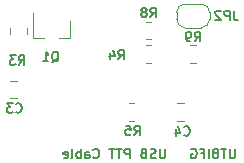
<source format=gbo>
G04 #@! TF.GenerationSoftware,KiCad,Pcbnew,5.1.9+dfsg1-1+deb11u1*
G04 #@! TF.CreationDate,2023-08-09T03:16:42+03:00*
G04 #@! TF.ProjectId,PTT-USB-Cable,5054542d-5553-4422-9d43-61626c652e6b,A*
G04 #@! TF.SameCoordinates,Original*
G04 #@! TF.FileFunction,Legend,Bot*
G04 #@! TF.FilePolarity,Positive*
%FSLAX46Y46*%
G04 Gerber Fmt 4.6, Leading zero omitted, Abs format (unit mm)*
G04 Created by KiCad (PCBNEW 5.1.9+dfsg1-1+deb11u1) date 2023-08-09 03:16:42*
%MOMM*%
%LPD*%
G01*
G04 APERTURE LIST*
%ADD10C,0.150000*%
%ADD11C,0.120000*%
G04 APERTURE END LIST*
D10*
X79447619Y-112411904D02*
X79447619Y-113059523D01*
X79409523Y-113135714D01*
X79371428Y-113173809D01*
X79295238Y-113211904D01*
X79142857Y-113211904D01*
X79066666Y-113173809D01*
X79028571Y-113135714D01*
X78990476Y-113059523D01*
X78990476Y-112411904D01*
X78723809Y-112411904D02*
X78266666Y-112411904D01*
X78495238Y-113211904D02*
X78495238Y-112411904D01*
X77885714Y-112754761D02*
X77961904Y-112716666D01*
X78000000Y-112678571D01*
X78038095Y-112602380D01*
X78038095Y-112564285D01*
X78000000Y-112488095D01*
X77961904Y-112450000D01*
X77885714Y-112411904D01*
X77733333Y-112411904D01*
X77657142Y-112450000D01*
X77619047Y-112488095D01*
X77580952Y-112564285D01*
X77580952Y-112602380D01*
X77619047Y-112678571D01*
X77657142Y-112716666D01*
X77733333Y-112754761D01*
X77885714Y-112754761D01*
X77961904Y-112792857D01*
X78000000Y-112830952D01*
X78038095Y-112907142D01*
X78038095Y-113059523D01*
X78000000Y-113135714D01*
X77961904Y-113173809D01*
X77885714Y-113211904D01*
X77733333Y-113211904D01*
X77657142Y-113173809D01*
X77619047Y-113135714D01*
X77580952Y-113059523D01*
X77580952Y-112907142D01*
X77619047Y-112830952D01*
X77657142Y-112792857D01*
X77733333Y-112754761D01*
X77238095Y-113211904D02*
X77238095Y-112411904D01*
X76590476Y-112792857D02*
X76857142Y-112792857D01*
X76857142Y-113211904D02*
X76857142Y-112411904D01*
X76476190Y-112411904D01*
X75752380Y-112450000D02*
X75828571Y-112411904D01*
X75942857Y-112411904D01*
X76057142Y-112450000D01*
X76133333Y-112526190D01*
X76171428Y-112602380D01*
X76209523Y-112754761D01*
X76209523Y-112869047D01*
X76171428Y-113021428D01*
X76133333Y-113097619D01*
X76057142Y-113173809D01*
X75942857Y-113211904D01*
X75866666Y-113211904D01*
X75752380Y-113173809D01*
X75714285Y-113135714D01*
X75714285Y-112869047D01*
X75866666Y-112869047D01*
X73554761Y-112411904D02*
X73554761Y-113059523D01*
X73516666Y-113135714D01*
X73478571Y-113173809D01*
X73402380Y-113211904D01*
X73250000Y-113211904D01*
X73173809Y-113173809D01*
X73135714Y-113135714D01*
X73097619Y-113059523D01*
X73097619Y-112411904D01*
X72754761Y-113173809D02*
X72640476Y-113211904D01*
X72450000Y-113211904D01*
X72373809Y-113173809D01*
X72335714Y-113135714D01*
X72297619Y-113059523D01*
X72297619Y-112983333D01*
X72335714Y-112907142D01*
X72373809Y-112869047D01*
X72450000Y-112830952D01*
X72602380Y-112792857D01*
X72678571Y-112754761D01*
X72716666Y-112716666D01*
X72754761Y-112640476D01*
X72754761Y-112564285D01*
X72716666Y-112488095D01*
X72678571Y-112450000D01*
X72602380Y-112411904D01*
X72411904Y-112411904D01*
X72297619Y-112450000D01*
X71688095Y-112792857D02*
X71573809Y-112830952D01*
X71535714Y-112869047D01*
X71497619Y-112945238D01*
X71497619Y-113059523D01*
X71535714Y-113135714D01*
X71573809Y-113173809D01*
X71650000Y-113211904D01*
X71954761Y-113211904D01*
X71954761Y-112411904D01*
X71688095Y-112411904D01*
X71611904Y-112450000D01*
X71573809Y-112488095D01*
X71535714Y-112564285D01*
X71535714Y-112640476D01*
X71573809Y-112716666D01*
X71611904Y-112754761D01*
X71688095Y-112792857D01*
X71954761Y-112792857D01*
X70545238Y-113211904D02*
X70545238Y-112411904D01*
X70240476Y-112411904D01*
X70164285Y-112450000D01*
X70126190Y-112488095D01*
X70088095Y-112564285D01*
X70088095Y-112678571D01*
X70126190Y-112754761D01*
X70164285Y-112792857D01*
X70240476Y-112830952D01*
X70545238Y-112830952D01*
X69859523Y-112411904D02*
X69402380Y-112411904D01*
X69630952Y-113211904D02*
X69630952Y-112411904D01*
X69250000Y-112411904D02*
X68792857Y-112411904D01*
X69021428Y-113211904D02*
X69021428Y-112411904D01*
X67459523Y-113135714D02*
X67497619Y-113173809D01*
X67611904Y-113211904D01*
X67688095Y-113211904D01*
X67802380Y-113173809D01*
X67878571Y-113097619D01*
X67916666Y-113021428D01*
X67954761Y-112869047D01*
X67954761Y-112754761D01*
X67916666Y-112602380D01*
X67878571Y-112526190D01*
X67802380Y-112450000D01*
X67688095Y-112411904D01*
X67611904Y-112411904D01*
X67497619Y-112450000D01*
X67459523Y-112488095D01*
X66773809Y-113211904D02*
X66773809Y-112792857D01*
X66811904Y-112716666D01*
X66888095Y-112678571D01*
X67040476Y-112678571D01*
X67116666Y-112716666D01*
X66773809Y-113173809D02*
X66850000Y-113211904D01*
X67040476Y-113211904D01*
X67116666Y-113173809D01*
X67154761Y-113097619D01*
X67154761Y-113021428D01*
X67116666Y-112945238D01*
X67040476Y-112907142D01*
X66850000Y-112907142D01*
X66773809Y-112869047D01*
X66392857Y-113211904D02*
X66392857Y-112411904D01*
X66392857Y-112716666D02*
X66316666Y-112678571D01*
X66164285Y-112678571D01*
X66088095Y-112716666D01*
X66050000Y-112754761D01*
X66011904Y-112830952D01*
X66011904Y-113059523D01*
X66050000Y-113135714D01*
X66088095Y-113173809D01*
X66164285Y-113211904D01*
X66316666Y-113211904D01*
X66392857Y-113173809D01*
X65554761Y-113211904D02*
X65630952Y-113173809D01*
X65669047Y-113097619D01*
X65669047Y-112411904D01*
X64945238Y-113173809D02*
X65021428Y-113211904D01*
X65173809Y-113211904D01*
X65250000Y-113173809D01*
X65288095Y-113097619D01*
X65288095Y-112792857D01*
X65250000Y-112716666D01*
X65173809Y-112678571D01*
X65021428Y-112678571D01*
X64945238Y-112716666D01*
X64907142Y-112792857D01*
X64907142Y-112869047D01*
X65288095Y-112945238D01*
D11*
X74500000Y-100850000D02*
X74500000Y-101450000D01*
X76600000Y-100150000D02*
X75200000Y-100150000D01*
X77300000Y-101450000D02*
X77300000Y-100850000D01*
X75200000Y-102150000D02*
X76600000Y-102150000D01*
X74500000Y-101450000D02*
G75*
G03*
X75200000Y-102150000I700000J0D01*
G01*
X75200000Y-100150000D02*
G75*
G03*
X74500000Y-100850000I0J-700000D01*
G01*
X77300000Y-100850000D02*
G75*
G03*
X76600000Y-100150000I-700000J0D01*
G01*
X76600000Y-102150000D02*
G75*
G03*
X77300000Y-101450000I0J700000D01*
G01*
X72327064Y-101665000D02*
X71872936Y-101665000D01*
X72327064Y-103135000D02*
X71872936Y-103135000D01*
X60438748Y-106665000D02*
X60961252Y-106665000D01*
X60438748Y-108135000D02*
X60961252Y-108135000D01*
X74576248Y-108565000D02*
X75098752Y-108565000D01*
X74576248Y-110035000D02*
X75098752Y-110035000D01*
X72327064Y-105135000D02*
X71872936Y-105135000D01*
X72327064Y-103665000D02*
X71872936Y-103665000D01*
X70927064Y-110035000D02*
X70472936Y-110035000D01*
X70927064Y-108565000D02*
X70472936Y-108565000D01*
X65480000Y-103060000D02*
X65480000Y-101600000D01*
X62320000Y-103060000D02*
X62320000Y-100900000D01*
X62320000Y-103060000D02*
X63250000Y-103060000D01*
X65480000Y-103060000D02*
X64550000Y-103060000D01*
X61835000Y-102222936D02*
X61835000Y-102677064D01*
X60365000Y-102222936D02*
X60365000Y-102677064D01*
X76127064Y-105135000D02*
X75672936Y-105135000D01*
X76127064Y-103665000D02*
X75672936Y-103665000D01*
D10*
X79366666Y-100711904D02*
X79366666Y-101283333D01*
X79404761Y-101397619D01*
X79480952Y-101473809D01*
X79595238Y-101511904D01*
X79671428Y-101511904D01*
X78985714Y-101511904D02*
X78985714Y-100711904D01*
X78680952Y-100711904D01*
X78604761Y-100750000D01*
X78566666Y-100788095D01*
X78528571Y-100864285D01*
X78528571Y-100978571D01*
X78566666Y-101054761D01*
X78604761Y-101092857D01*
X78680952Y-101130952D01*
X78985714Y-101130952D01*
X78223809Y-100788095D02*
X78185714Y-100750000D01*
X78109523Y-100711904D01*
X77919047Y-100711904D01*
X77842857Y-100750000D01*
X77804761Y-100788095D01*
X77766666Y-100864285D01*
X77766666Y-100940476D01*
X77804761Y-101054761D01*
X78261904Y-101511904D01*
X77766666Y-101511904D01*
X72283333Y-101261904D02*
X72550000Y-100880952D01*
X72740476Y-101261904D02*
X72740476Y-100461904D01*
X72435714Y-100461904D01*
X72359523Y-100500000D01*
X72321428Y-100538095D01*
X72283333Y-100614285D01*
X72283333Y-100728571D01*
X72321428Y-100804761D01*
X72359523Y-100842857D01*
X72435714Y-100880952D01*
X72740476Y-100880952D01*
X71826190Y-100804761D02*
X71902380Y-100766666D01*
X71940476Y-100728571D01*
X71978571Y-100652380D01*
X71978571Y-100614285D01*
X71940476Y-100538095D01*
X71902380Y-100500000D01*
X71826190Y-100461904D01*
X71673809Y-100461904D01*
X71597619Y-100500000D01*
X71559523Y-100538095D01*
X71521428Y-100614285D01*
X71521428Y-100652380D01*
X71559523Y-100728571D01*
X71597619Y-100766666D01*
X71673809Y-100804761D01*
X71826190Y-100804761D01*
X71902380Y-100842857D01*
X71940476Y-100880952D01*
X71978571Y-100957142D01*
X71978571Y-101109523D01*
X71940476Y-101185714D01*
X71902380Y-101223809D01*
X71826190Y-101261904D01*
X71673809Y-101261904D01*
X71597619Y-101223809D01*
X71559523Y-101185714D01*
X71521428Y-101109523D01*
X71521428Y-100957142D01*
X71559523Y-100880952D01*
X71597619Y-100842857D01*
X71673809Y-100804761D01*
X60883333Y-109285714D02*
X60921428Y-109323809D01*
X61035714Y-109361904D01*
X61111904Y-109361904D01*
X61226190Y-109323809D01*
X61302380Y-109247619D01*
X61340476Y-109171428D01*
X61378571Y-109019047D01*
X61378571Y-108904761D01*
X61340476Y-108752380D01*
X61302380Y-108676190D01*
X61226190Y-108600000D01*
X61111904Y-108561904D01*
X61035714Y-108561904D01*
X60921428Y-108600000D01*
X60883333Y-108638095D01*
X60616666Y-108561904D02*
X60121428Y-108561904D01*
X60388095Y-108866666D01*
X60273809Y-108866666D01*
X60197619Y-108904761D01*
X60159523Y-108942857D01*
X60121428Y-109019047D01*
X60121428Y-109209523D01*
X60159523Y-109285714D01*
X60197619Y-109323809D01*
X60273809Y-109361904D01*
X60502380Y-109361904D01*
X60578571Y-109323809D01*
X60616666Y-109285714D01*
X75133333Y-111235714D02*
X75171428Y-111273809D01*
X75285714Y-111311904D01*
X75361904Y-111311904D01*
X75476190Y-111273809D01*
X75552380Y-111197619D01*
X75590476Y-111121428D01*
X75628571Y-110969047D01*
X75628571Y-110854761D01*
X75590476Y-110702380D01*
X75552380Y-110626190D01*
X75476190Y-110550000D01*
X75361904Y-110511904D01*
X75285714Y-110511904D01*
X75171428Y-110550000D01*
X75133333Y-110588095D01*
X74447619Y-110778571D02*
X74447619Y-111311904D01*
X74638095Y-110473809D02*
X74828571Y-111045238D01*
X74333333Y-111045238D01*
X69583333Y-104851904D02*
X69850000Y-104470952D01*
X70040476Y-104851904D02*
X70040476Y-104051904D01*
X69735714Y-104051904D01*
X69659523Y-104090000D01*
X69621428Y-104128095D01*
X69583333Y-104204285D01*
X69583333Y-104318571D01*
X69621428Y-104394761D01*
X69659523Y-104432857D01*
X69735714Y-104470952D01*
X70040476Y-104470952D01*
X68897619Y-104318571D02*
X68897619Y-104851904D01*
X69088095Y-104013809D02*
X69278571Y-104585238D01*
X68783333Y-104585238D01*
X70933333Y-111261904D02*
X71200000Y-110880952D01*
X71390476Y-111261904D02*
X71390476Y-110461904D01*
X71085714Y-110461904D01*
X71009523Y-110500000D01*
X70971428Y-110538095D01*
X70933333Y-110614285D01*
X70933333Y-110728571D01*
X70971428Y-110804761D01*
X71009523Y-110842857D01*
X71085714Y-110880952D01*
X71390476Y-110880952D01*
X70209523Y-110461904D02*
X70590476Y-110461904D01*
X70628571Y-110842857D01*
X70590476Y-110804761D01*
X70514285Y-110766666D01*
X70323809Y-110766666D01*
X70247619Y-110804761D01*
X70209523Y-110842857D01*
X70171428Y-110919047D01*
X70171428Y-111109523D01*
X70209523Y-111185714D01*
X70247619Y-111223809D01*
X70323809Y-111261904D01*
X70514285Y-111261904D01*
X70590476Y-111223809D01*
X70628571Y-111185714D01*
X63926190Y-105088095D02*
X64002380Y-105050000D01*
X64078571Y-104973809D01*
X64192857Y-104859523D01*
X64269047Y-104821428D01*
X64345238Y-104821428D01*
X64307142Y-105011904D02*
X64383333Y-104973809D01*
X64459523Y-104897619D01*
X64497619Y-104745238D01*
X64497619Y-104478571D01*
X64459523Y-104326190D01*
X64383333Y-104250000D01*
X64307142Y-104211904D01*
X64154761Y-104211904D01*
X64078571Y-104250000D01*
X64002380Y-104326190D01*
X63964285Y-104478571D01*
X63964285Y-104745238D01*
X64002380Y-104897619D01*
X64078571Y-104973809D01*
X64154761Y-105011904D01*
X64307142Y-105011904D01*
X63202380Y-105011904D02*
X63659523Y-105011904D01*
X63430952Y-105011904D02*
X63430952Y-104211904D01*
X63507142Y-104326190D01*
X63583333Y-104402380D01*
X63659523Y-104440476D01*
X61133333Y-105311904D02*
X61400000Y-104930952D01*
X61590476Y-105311904D02*
X61590476Y-104511904D01*
X61285714Y-104511904D01*
X61209523Y-104550000D01*
X61171428Y-104588095D01*
X61133333Y-104664285D01*
X61133333Y-104778571D01*
X61171428Y-104854761D01*
X61209523Y-104892857D01*
X61285714Y-104930952D01*
X61590476Y-104930952D01*
X60866666Y-104511904D02*
X60371428Y-104511904D01*
X60638095Y-104816666D01*
X60523809Y-104816666D01*
X60447619Y-104854761D01*
X60409523Y-104892857D01*
X60371428Y-104969047D01*
X60371428Y-105159523D01*
X60409523Y-105235714D01*
X60447619Y-105273809D01*
X60523809Y-105311904D01*
X60752380Y-105311904D01*
X60828571Y-105273809D01*
X60866666Y-105235714D01*
X76033333Y-103311904D02*
X76300000Y-102930952D01*
X76490476Y-103311904D02*
X76490476Y-102511904D01*
X76185714Y-102511904D01*
X76109523Y-102550000D01*
X76071428Y-102588095D01*
X76033333Y-102664285D01*
X76033333Y-102778571D01*
X76071428Y-102854761D01*
X76109523Y-102892857D01*
X76185714Y-102930952D01*
X76490476Y-102930952D01*
X75652380Y-103311904D02*
X75500000Y-103311904D01*
X75423809Y-103273809D01*
X75385714Y-103235714D01*
X75309523Y-103121428D01*
X75271428Y-102969047D01*
X75271428Y-102664285D01*
X75309523Y-102588095D01*
X75347619Y-102550000D01*
X75423809Y-102511904D01*
X75576190Y-102511904D01*
X75652380Y-102550000D01*
X75690476Y-102588095D01*
X75728571Y-102664285D01*
X75728571Y-102854761D01*
X75690476Y-102930952D01*
X75652380Y-102969047D01*
X75576190Y-103007142D01*
X75423809Y-103007142D01*
X75347619Y-102969047D01*
X75309523Y-102930952D01*
X75271428Y-102854761D01*
M02*

</source>
